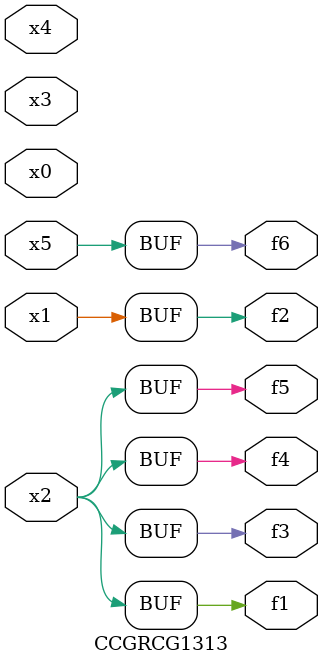
<source format=v>
module CCGRCG1313(
	input x0, x1, x2, x3, x4, x5,
	output f1, f2, f3, f4, f5, f6
);
	assign f1 = x2;
	assign f2 = x1;
	assign f3 = x2;
	assign f4 = x2;
	assign f5 = x2;
	assign f6 = x5;
endmodule

</source>
